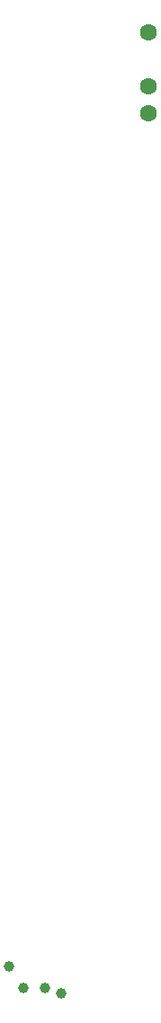
<source format=gbr>
G04 EAGLE Gerber RS-274X export*
G75*
%MOMM*%
%FSLAX34Y34*%
%LPD*%
%INSoldermask Bottom*%
%IPPOS*%
%AMOC8*
5,1,8,0,0,1.08239X$1,22.5*%
G01*
%ADD10C,1.600000*%
%ADD11C,1.000000*%


D10*
X167500Y950000D03*
X167500Y899200D03*
X167500Y873850D03*
D11*
X70000Y50000D03*
X85000Y45000D03*
X50000Y50000D03*
X36250Y70000D03*
M02*

</source>
